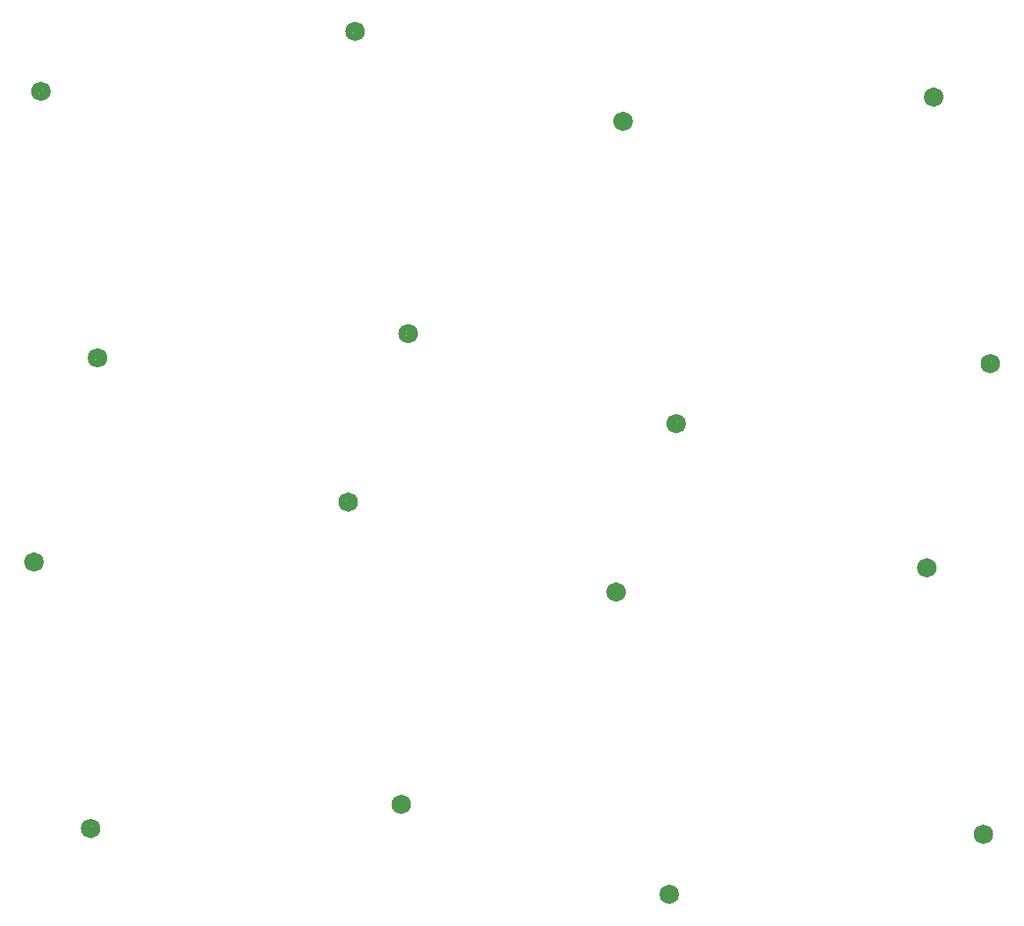
<source format=gbr>
G04 #@! TF.FileFunction,Glue,Top*
%FSLAX46Y46*%
G04 Gerber Fmt 4.6, Leading zero omitted, Abs format (unit mm)*
G04 Created by KiCad (PCBNEW 4.0.2+dfsg1-stable) date Wed 06 Jul 2016 03:59:12 PM CEST*
%MOMM*%
G01*
G04 APERTURE LIST*
%ADD10C,0.100000*%
%ADD11C,0.381000*%
G04 APERTURE END LIST*
D10*
D11*
X152600900Y-79750000D02*
G75*
G03X152600900Y-79750000I-850900J0D01*
G01*
X152250380Y-79750000D02*
G75*
G03X152250380Y-79750000I-500380J0D01*
G01*
X151908236Y-79750000D02*
G75*
G03X151908236Y-79750000I-158236J0D01*
G01*
X158350900Y-112500000D02*
G75*
G03X158350900Y-112500000I-850900J0D01*
G01*
X158000380Y-112500000D02*
G75*
G03X158000380Y-112500000I-500380J0D01*
G01*
X157658236Y-112500000D02*
G75*
G03X157658236Y-112500000I-158236J0D01*
G01*
X192350900Y-106000000D02*
G75*
G03X192350900Y-106000000I-850900J0D01*
G01*
X192000380Y-106000000D02*
G75*
G03X192000380Y-106000000I-500380J0D01*
G01*
X191658236Y-106000000D02*
G75*
G03X191658236Y-106000000I-158236J0D01*
G01*
X186225900Y-77125000D02*
G75*
G03X186225900Y-77125000I-850900J0D01*
G01*
X185875380Y-77125000D02*
G75*
G03X185875380Y-77125000I-500380J0D01*
G01*
X185533236Y-77125000D02*
G75*
G03X185533236Y-77125000I-158236J0D01*
G01*
X186975900Y-26125000D02*
G75*
G03X186975900Y-26125000I-850900J0D01*
G01*
X186625380Y-26125000D02*
G75*
G03X186625380Y-26125000I-500380J0D01*
G01*
X186283236Y-26125000D02*
G75*
G03X186283236Y-26125000I-158236J0D01*
G01*
X193100900Y-55000000D02*
G75*
G03X193100900Y-55000000I-850900J0D01*
G01*
X192750380Y-55000000D02*
G75*
G03X192750380Y-55000000I-500380J0D01*
G01*
X192408236Y-55000000D02*
G75*
G03X192408236Y-55000000I-158236J0D01*
G01*
X159100900Y-61500000D02*
G75*
G03X159100900Y-61500000I-850900J0D01*
G01*
X158750380Y-61500000D02*
G75*
G03X158750380Y-61500000I-500380J0D01*
G01*
X158408236Y-61500000D02*
G75*
G03X158408236Y-61500000I-158236J0D01*
G01*
X153350900Y-28750000D02*
G75*
G03X153350900Y-28750000I-850900J0D01*
G01*
X153000380Y-28750000D02*
G75*
G03X153000380Y-28750000I-500380J0D01*
G01*
X152658236Y-28750000D02*
G75*
G03X152658236Y-28750000I-158236J0D01*
G01*
X129350900Y-102750000D02*
G75*
G03X129350900Y-102750000I-850900J0D01*
G01*
X129000380Y-102750000D02*
G75*
G03X129000380Y-102750000I-500380J0D01*
G01*
X128658236Y-102750000D02*
G75*
G03X128658236Y-102750000I-158236J0D01*
G01*
X123600900Y-70000000D02*
G75*
G03X123600900Y-70000000I-850900J0D01*
G01*
X123250380Y-70000000D02*
G75*
G03X123250380Y-70000000I-500380J0D01*
G01*
X122908236Y-70000000D02*
G75*
G03X122908236Y-70000000I-158236J0D01*
G01*
X89600900Y-76500000D02*
G75*
G03X89600900Y-76500000I-850900J0D01*
G01*
X89250380Y-76500000D02*
G75*
G03X89250380Y-76500000I-500380J0D01*
G01*
X88908236Y-76500000D02*
G75*
G03X88908236Y-76500000I-158236J0D01*
G01*
X95725900Y-105375000D02*
G75*
G03X95725900Y-105375000I-850900J0D01*
G01*
X95375380Y-105375000D02*
G75*
G03X95375380Y-105375000I-500380J0D01*
G01*
X95033236Y-105375000D02*
G75*
G03X95033236Y-105375000I-158236J0D01*
G01*
X96475900Y-54375000D02*
G75*
G03X96475900Y-54375000I-850900J0D01*
G01*
X96125380Y-54375000D02*
G75*
G03X96125380Y-54375000I-500380J0D01*
G01*
X95783236Y-54375000D02*
G75*
G03X95783236Y-54375000I-158236J0D01*
G01*
X90350900Y-25500000D02*
G75*
G03X90350900Y-25500000I-850900J0D01*
G01*
X90000380Y-25500000D02*
G75*
G03X90000380Y-25500000I-500380J0D01*
G01*
X89658236Y-25500000D02*
G75*
G03X89658236Y-25500000I-158236J0D01*
G01*
X124350900Y-19000000D02*
G75*
G03X124350900Y-19000000I-850900J0D01*
G01*
X124000380Y-19000000D02*
G75*
G03X124000380Y-19000000I-500380J0D01*
G01*
X123658236Y-19000000D02*
G75*
G03X123658236Y-19000000I-158236J0D01*
G01*
X130100900Y-51750000D02*
G75*
G03X130100900Y-51750000I-850900J0D01*
G01*
X129750380Y-51750000D02*
G75*
G03X129750380Y-51750000I-500380J0D01*
G01*
X129408236Y-51750000D02*
G75*
G03X129408236Y-51750000I-158236J0D01*
G01*
M02*

</source>
